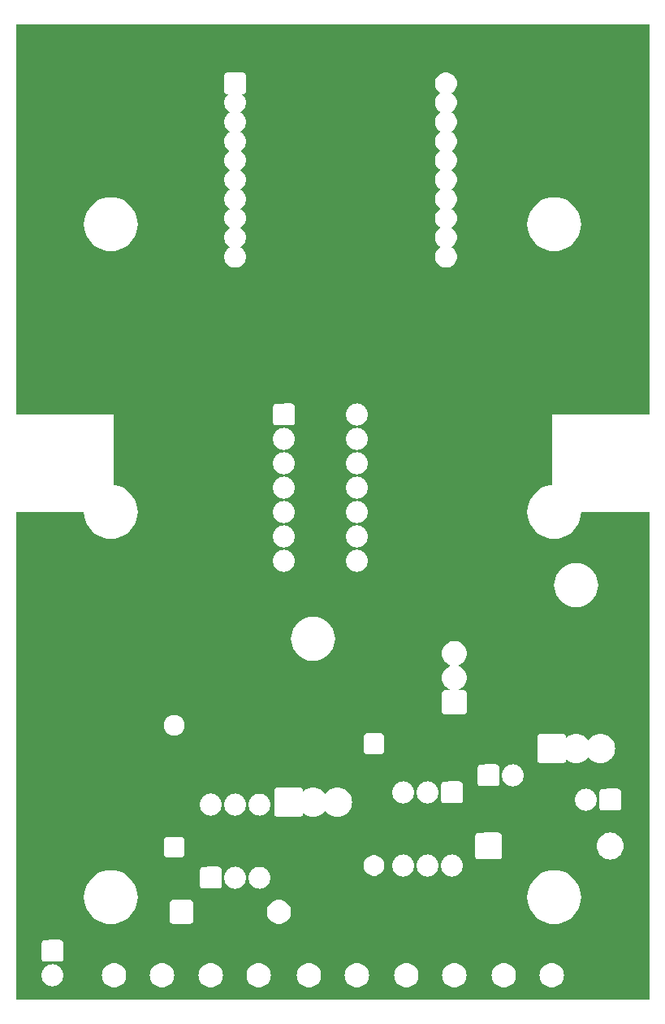
<source format=gbr>
G04 start of page 4 for group 2 idx 2 *
G04 Title: (unknown), outline *
G04 Creator: pcb 20110918 *
G04 CreationDate: Fri 08 Jun 2012 08:05:57 PM GMT UTC *
G04 For: ed *
G04 Format: Gerber/RS-274X *
G04 PCB-Dimensions: 260000 400000 *
G04 PCB-Coordinate-Origin: lower left *
%MOIN*%
%FSLAX25Y25*%
%LNOUTLINE*%
%ADD53C,0.0001*%
G54D53*G36*
X243992Y200000D02*X260000D01*
Y0D01*
X243992D01*
Y57484D01*
X244000Y57483D01*
X244863Y57551D01*
X245705Y57753D01*
X246505Y58084D01*
X247243Y58537D01*
X247901Y59099D01*
X248463Y59757D01*
X248916Y60495D01*
X249247Y61295D01*
X249449Y62137D01*
X249500Y63000D01*
X249449Y63863D01*
X249247Y64705D01*
X248916Y65505D01*
X248463Y66243D01*
X247901Y66901D01*
X247243Y67463D01*
X246505Y67916D01*
X245705Y68247D01*
X244863Y68449D01*
X244000Y68517D01*
X243992Y68516D01*
Y77507D01*
X247235Y77514D01*
X247465Y77569D01*
X247683Y77659D01*
X247884Y77783D01*
X248064Y77936D01*
X248217Y78116D01*
X248341Y78317D01*
X248431Y78535D01*
X248486Y78765D01*
X248500Y79000D01*
X248486Y85235D01*
X248431Y85465D01*
X248341Y85683D01*
X248217Y85884D01*
X248064Y86064D01*
X247884Y86217D01*
X247683Y86341D01*
X247465Y86431D01*
X247235Y86486D01*
X247000Y86500D01*
X243992Y86493D01*
Y98519D01*
X244256Y98744D01*
X244869Y99462D01*
X245363Y100268D01*
X245724Y101140D01*
X245944Y102058D01*
X246000Y103000D01*
X245944Y103942D01*
X245724Y104860D01*
X245363Y105732D01*
X244869Y106538D01*
X244256Y107256D01*
X243992Y107481D01*
Y200000D01*
G37*
G36*
Y0D02*X233993D01*
Y77487D01*
X234000Y77486D01*
X234706Y77542D01*
X235395Y77707D01*
X236049Y77978D01*
X236653Y78348D01*
X237192Y78808D01*
X237652Y79347D01*
X238022Y79951D01*
X238293Y80605D01*
X238458Y81294D01*
X238500Y82000D01*
X238458Y82706D01*
X238293Y83395D01*
X238022Y84049D01*
X237652Y84653D01*
X237192Y85192D01*
X236653Y85652D01*
X236049Y86022D01*
X235395Y86293D01*
X234706Y86458D01*
X234000Y86514D01*
X233993Y86513D01*
Y98520D01*
X234256Y98744D01*
X234869Y99462D01*
X235000Y99676D01*
X235131Y99462D01*
X235744Y98744D01*
X236462Y98131D01*
X237268Y97637D01*
X238140Y97276D01*
X239058Y97056D01*
X240000Y96981D01*
X240942Y97056D01*
X241860Y97276D01*
X242732Y97637D01*
X243538Y98131D01*
X243992Y98519D01*
Y86493D01*
X240765Y86486D01*
X240535Y86431D01*
X240317Y86341D01*
X240116Y86217D01*
X239936Y86064D01*
X239783Y85884D01*
X239659Y85683D01*
X239569Y85465D01*
X239514Y85235D01*
X239500Y85000D01*
X239514Y78765D01*
X239569Y78535D01*
X239659Y78317D01*
X239783Y78116D01*
X239936Y77936D01*
X240116Y77783D01*
X240317Y77659D01*
X240535Y77569D01*
X240765Y77514D01*
X241000Y77500D01*
X243992Y77507D01*
Y68516D01*
X243137Y68449D01*
X242295Y68247D01*
X241495Y67916D01*
X240757Y67463D01*
X240099Y66901D01*
X239537Y66243D01*
X239084Y65505D01*
X238753Y64705D01*
X238551Y63863D01*
X238483Y63000D01*
X238551Y62137D01*
X238753Y61295D01*
X239084Y60495D01*
X239537Y59757D01*
X240099Y59099D01*
X240757Y58537D01*
X241495Y58084D01*
X242295Y57753D01*
X243137Y57551D01*
X243992Y57484D01*
Y0D01*
G37*
G36*
X233993D02*X220983D01*
Y5094D01*
X221550Y5230D01*
X222277Y5531D01*
X222948Y5942D01*
X223546Y6454D01*
X224058Y7052D01*
X224469Y7723D01*
X224770Y8450D01*
X224954Y9215D01*
X225000Y10000D01*
X224954Y10785D01*
X224770Y11550D01*
X224469Y12277D01*
X224058Y12948D01*
X223546Y13546D01*
X222948Y14058D01*
X222277Y14469D01*
X221550Y14770D01*
X220983Y14906D01*
Y30967D01*
X221000Y30966D01*
X222726Y31102D01*
X224410Y31506D01*
X226009Y32169D01*
X227486Y33073D01*
X228802Y34198D01*
X229927Y35514D01*
X230831Y36991D01*
X231494Y38590D01*
X231898Y40274D01*
X232000Y42000D01*
X231898Y43726D01*
X231494Y45410D01*
X230831Y47009D01*
X229927Y48486D01*
X228802Y49802D01*
X227486Y50927D01*
X226009Y51831D01*
X224410Y52494D01*
X222726Y52898D01*
X221000Y53034D01*
X220983Y53033D01*
Y97008D01*
X224735Y97014D01*
X224965Y97069D01*
X225183Y97159D01*
X225384Y97283D01*
X225564Y97436D01*
X225717Y97616D01*
X225841Y97817D01*
X225931Y98035D01*
X225986Y98265D01*
X226000Y98500D01*
X226000Y98526D01*
X226462Y98131D01*
X227268Y97637D01*
X228140Y97276D01*
X229058Y97056D01*
X230000Y96981D01*
X230942Y97056D01*
X231860Y97276D01*
X232732Y97637D01*
X233538Y98131D01*
X233993Y98520D01*
Y86513D01*
X233294Y86458D01*
X232605Y86293D01*
X231951Y86022D01*
X231347Y85652D01*
X230808Y85192D01*
X230348Y84653D01*
X229978Y84049D01*
X229707Y83395D01*
X229542Y82706D01*
X229486Y82000D01*
X229542Y81294D01*
X229707Y80605D01*
X229978Y79951D01*
X230348Y79347D01*
X230808Y78808D01*
X231347Y78348D01*
X231951Y77978D01*
X232605Y77707D01*
X233294Y77542D01*
X233993Y77487D01*
Y0D01*
G37*
G36*
X220983Y188967D02*X221000Y188966D01*
X222726Y189102D01*
X224410Y189506D01*
X226009Y190169D01*
X227486Y191073D01*
X228802Y192198D01*
X229927Y193514D01*
X230831Y194991D01*
X231494Y196590D01*
X231898Y198274D01*
X232000Y200000D01*
X243992D01*
Y107481D01*
X243538Y107869D01*
X242732Y108363D01*
X241860Y108724D01*
X240942Y108944D01*
X240000Y109019D01*
X239058Y108944D01*
X238140Y108724D01*
X237268Y108363D01*
X236462Y107869D01*
X235744Y107256D01*
X235131Y106538D01*
X235000Y106324D01*
X234869Y106538D01*
X234256Y107256D01*
X233538Y107869D01*
X232732Y108363D01*
X231860Y108724D01*
X230942Y108944D01*
X230000Y109019D01*
X229058Y108944D01*
X228140Y108724D01*
X227268Y108363D01*
X226462Y107869D01*
X225987Y107463D01*
X225986Y107735D01*
X225931Y107965D01*
X225841Y108183D01*
X225717Y108384D01*
X225564Y108564D01*
X225384Y108717D01*
X225183Y108841D01*
X224965Y108931D01*
X224735Y108986D01*
X224500Y109000D01*
X220983Y108995D01*
Y169863D01*
X221083Y168588D01*
X221414Y167210D01*
X221956Y165901D01*
X222696Y164694D01*
X223616Y163616D01*
X224694Y162696D01*
X225901Y161956D01*
X227210Y161414D01*
X228588Y161083D01*
X230000Y160972D01*
X231412Y161083D01*
X232790Y161414D01*
X234099Y161956D01*
X235306Y162696D01*
X236384Y163616D01*
X237304Y164694D01*
X238044Y165901D01*
X238586Y167210D01*
X238917Y168588D01*
X239000Y170000D01*
X238917Y171412D01*
X238586Y172790D01*
X238044Y174099D01*
X237304Y175306D01*
X236384Y176384D01*
X235306Y177304D01*
X234099Y178044D01*
X232790Y178586D01*
X231412Y178917D01*
X230000Y179028D01*
X228588Y178917D01*
X227210Y178586D01*
X225901Y178044D01*
X224694Y177304D01*
X223616Y176384D01*
X222696Y175306D01*
X221956Y174099D01*
X221414Y172790D01*
X221083Y171412D01*
X220983Y170137D01*
Y188967D01*
G37*
G36*
X203993Y200000D02*X209966D01*
X210102Y198274D01*
X210506Y196590D01*
X211169Y194991D01*
X212073Y193514D01*
X213198Y192198D01*
X214514Y191073D01*
X215991Y190169D01*
X217590Y189506D01*
X219274Y189102D01*
X220983Y188967D01*
Y170137D01*
X220972Y170000D01*
X220983Y169863D01*
Y108995D01*
X215265Y108986D01*
X215035Y108931D01*
X214817Y108841D01*
X214616Y108717D01*
X214436Y108564D01*
X214283Y108384D01*
X214159Y108183D01*
X214069Y107965D01*
X214014Y107735D01*
X214000Y107500D01*
X214014Y98265D01*
X214069Y98035D01*
X214159Y97817D01*
X214283Y97616D01*
X214436Y97436D01*
X214616Y97283D01*
X214817Y97159D01*
X215035Y97069D01*
X215265Y97014D01*
X215500Y97000D01*
X220983Y97008D01*
Y53033D01*
X219274Y52898D01*
X217590Y52494D01*
X215991Y51831D01*
X214514Y50927D01*
X213198Y49802D01*
X212073Y48486D01*
X211169Y47009D01*
X210506Y45410D01*
X210102Y43726D01*
X209966Y42000D01*
X210102Y40274D01*
X210506Y38590D01*
X211169Y36991D01*
X212073Y35514D01*
X213198Y34198D01*
X214514Y33073D01*
X215991Y32169D01*
X217590Y31506D01*
X219274Y31102D01*
X220983Y30967D01*
Y14906D01*
X220785Y14954D01*
X220000Y15015D01*
X219215Y14954D01*
X218450Y14770D01*
X217723Y14469D01*
X217052Y14058D01*
X216454Y13546D01*
X215942Y12948D01*
X215531Y12277D01*
X215230Y11550D01*
X215046Y10785D01*
X214985Y10000D01*
X215046Y9215D01*
X215230Y8450D01*
X215531Y7723D01*
X215942Y7052D01*
X216454Y6454D01*
X217052Y5942D01*
X217723Y5531D01*
X218450Y5230D01*
X219215Y5046D01*
X220000Y4985D01*
X220785Y5046D01*
X220983Y5094D01*
Y0D01*
X203993D01*
Y6608D01*
X204373Y7052D01*
X204784Y7723D01*
X205085Y8450D01*
X205269Y9215D01*
X205315Y10000D01*
X205269Y10785D01*
X205085Y11550D01*
X204784Y12277D01*
X204373Y12948D01*
X203993Y13392D01*
Y87487D01*
X204000Y87486D01*
X204706Y87542D01*
X205395Y87707D01*
X206049Y87978D01*
X206653Y88348D01*
X207192Y88808D01*
X207652Y89347D01*
X208022Y89951D01*
X208293Y90605D01*
X208458Y91294D01*
X208500Y92000D01*
X208458Y92706D01*
X208293Y93395D01*
X208022Y94049D01*
X207652Y94653D01*
X207192Y95192D01*
X206653Y95652D01*
X206049Y96022D01*
X205395Y96293D01*
X204706Y96458D01*
X204000Y96514D01*
X203993Y96513D01*
Y200000D01*
G37*
G36*
X194000D02*X203993D01*
Y96513D01*
X203294Y96458D01*
X202605Y96293D01*
X201951Y96022D01*
X201347Y95652D01*
X200808Y95192D01*
X200348Y94653D01*
X199978Y94049D01*
X199707Y93395D01*
X199542Y92706D01*
X199486Y92000D01*
X199542Y91294D01*
X199707Y90605D01*
X199978Y89951D01*
X200348Y89347D01*
X200808Y88808D01*
X201347Y88348D01*
X201951Y87978D01*
X202605Y87707D01*
X203294Y87542D01*
X203993Y87487D01*
Y13392D01*
X203861Y13546D01*
X203263Y14058D01*
X202592Y14469D01*
X201865Y14770D01*
X201100Y14954D01*
X200315Y15015D01*
X199530Y14954D01*
X198765Y14770D01*
X198038Y14469D01*
X197367Y14058D01*
X196769Y13546D01*
X196257Y12948D01*
X195846Y12277D01*
X195545Y11550D01*
X195361Y10785D01*
X195300Y10000D01*
X195361Y9215D01*
X195545Y8450D01*
X195846Y7723D01*
X196257Y7052D01*
X196769Y6454D01*
X197367Y5942D01*
X198038Y5531D01*
X198765Y5230D01*
X199530Y5046D01*
X200315Y4985D01*
X201100Y5046D01*
X201865Y5230D01*
X202592Y5531D01*
X203263Y5942D01*
X203861Y6454D01*
X203993Y6608D01*
Y0D01*
X194000D01*
Y57507D01*
X198235Y57514D01*
X198465Y57569D01*
X198683Y57659D01*
X198884Y57783D01*
X199064Y57936D01*
X199217Y58116D01*
X199341Y58317D01*
X199431Y58535D01*
X199486Y58765D01*
X199500Y59000D01*
X199486Y67235D01*
X199431Y67465D01*
X199341Y67683D01*
X199217Y67884D01*
X199064Y68064D01*
X198884Y68217D01*
X198683Y68341D01*
X198465Y68431D01*
X198235Y68486D01*
X198000Y68500D01*
X194000Y68493D01*
Y87507D01*
X197235Y87514D01*
X197465Y87569D01*
X197683Y87659D01*
X197884Y87783D01*
X198064Y87936D01*
X198217Y88116D01*
X198341Y88317D01*
X198431Y88535D01*
X198486Y88765D01*
X198500Y89000D01*
X198486Y95235D01*
X198431Y95465D01*
X198341Y95683D01*
X198217Y95884D01*
X198064Y96064D01*
X197884Y96217D01*
X197683Y96341D01*
X197465Y96431D01*
X197235Y96486D01*
X197000Y96500D01*
X194000Y96493D01*
Y200000D01*
G37*
G36*
X179000D02*X194000D01*
Y96493D01*
X190765Y96486D01*
X190535Y96431D01*
X190317Y96341D01*
X190116Y96217D01*
X189936Y96064D01*
X189783Y95884D01*
X189659Y95683D01*
X189569Y95465D01*
X189514Y95235D01*
X189500Y95000D01*
X189514Y88765D01*
X189569Y88535D01*
X189659Y88317D01*
X189783Y88116D01*
X189936Y87936D01*
X190116Y87783D01*
X190317Y87659D01*
X190535Y87569D01*
X190765Y87514D01*
X191000Y87500D01*
X194000Y87507D01*
Y68493D01*
X189765Y68486D01*
X189535Y68431D01*
X189317Y68341D01*
X189116Y68217D01*
X188936Y68064D01*
X188783Y67884D01*
X188659Y67683D01*
X188569Y67465D01*
X188514Y67235D01*
X188500Y67000D01*
X188514Y58765D01*
X188569Y58535D01*
X188659Y58317D01*
X188783Y58116D01*
X188936Y57936D01*
X189116Y57783D01*
X189317Y57659D01*
X189535Y57569D01*
X189765Y57514D01*
X190000Y57500D01*
X194000Y57507D01*
Y0D01*
X179000D01*
Y5098D01*
X179215Y5046D01*
X180000Y4985D01*
X180785Y5046D01*
X181550Y5230D01*
X182277Y5531D01*
X182948Y5942D01*
X183546Y6454D01*
X184058Y7052D01*
X184469Y7723D01*
X184770Y8450D01*
X184954Y9215D01*
X185000Y10000D01*
X184954Y10785D01*
X184770Y11550D01*
X184469Y12277D01*
X184058Y12948D01*
X183546Y13546D01*
X182948Y14058D01*
X182277Y14469D01*
X181550Y14770D01*
X180785Y14954D01*
X180000Y15015D01*
X179215Y14954D01*
X179000Y14902D01*
Y50486D01*
X179706Y50542D01*
X180395Y50707D01*
X181049Y50978D01*
X181653Y51348D01*
X182192Y51808D01*
X182652Y52347D01*
X183022Y52951D01*
X183293Y53605D01*
X183458Y54294D01*
X183500Y55000D01*
X183458Y55706D01*
X183293Y56395D01*
X183022Y57049D01*
X182652Y57653D01*
X182192Y58192D01*
X181653Y58652D01*
X181049Y59022D01*
X180395Y59293D01*
X179706Y59458D01*
X179000Y59514D01*
Y80507D01*
X182235Y80514D01*
X182465Y80569D01*
X182683Y80659D01*
X182884Y80783D01*
X183064Y80936D01*
X183217Y81116D01*
X183341Y81317D01*
X183431Y81535D01*
X183486Y81765D01*
X183500Y82000D01*
X183486Y88235D01*
X183431Y88465D01*
X183341Y88683D01*
X183217Y88884D01*
X183064Y89064D01*
X182884Y89217D01*
X182683Y89341D01*
X182465Y89431D01*
X182235Y89486D01*
X182000Y89500D01*
X179000Y89493D01*
Y116905D01*
X183835Y116914D01*
X184065Y116969D01*
X184283Y117059D01*
X184484Y117183D01*
X184664Y117336D01*
X184817Y117516D01*
X184941Y117717D01*
X185031Y117935D01*
X185086Y118165D01*
X185100Y118400D01*
X185086Y125835D01*
X185031Y126065D01*
X184941Y126283D01*
X184817Y126484D01*
X184664Y126664D01*
X184484Y126817D01*
X184283Y126941D01*
X184065Y127031D01*
X183835Y127086D01*
X183600Y127100D01*
X181420Y127096D01*
X181581Y127135D01*
X182322Y127442D01*
X183007Y127861D01*
X183617Y128383D01*
X184139Y128993D01*
X184558Y129678D01*
X184865Y130419D01*
X185053Y131200D01*
X185100Y132000D01*
X185053Y132800D01*
X184865Y133581D01*
X184558Y134322D01*
X184139Y135007D01*
X183617Y135617D01*
X183007Y136139D01*
X182322Y136558D01*
X181581Y136865D01*
X181020Y137000D01*
X181581Y137135D01*
X182322Y137442D01*
X183007Y137861D01*
X183617Y138383D01*
X184139Y138993D01*
X184558Y139678D01*
X184865Y140419D01*
X185053Y141200D01*
X185100Y142000D01*
X185053Y142800D01*
X184865Y143581D01*
X184558Y144322D01*
X184139Y145007D01*
X183617Y145617D01*
X183007Y146139D01*
X182322Y146558D01*
X181581Y146865D01*
X180800Y147053D01*
X180000Y147116D01*
X179200Y147053D01*
X179000Y147005D01*
Y200000D01*
G37*
G36*
X168993D02*X179000D01*
Y147005D01*
X178419Y146865D01*
X177678Y146558D01*
X176993Y146139D01*
X176383Y145617D01*
X175861Y145007D01*
X175442Y144322D01*
X175135Y143581D01*
X174947Y142800D01*
X174884Y142000D01*
X174947Y141200D01*
X175135Y140419D01*
X175442Y139678D01*
X175861Y138993D01*
X176383Y138383D01*
X176993Y137861D01*
X177678Y137442D01*
X178419Y137135D01*
X178980Y137000D01*
X178419Y136865D01*
X177678Y136558D01*
X176993Y136139D01*
X176383Y135617D01*
X175861Y135007D01*
X175442Y134322D01*
X175135Y133581D01*
X174947Y132800D01*
X174884Y132000D01*
X174947Y131200D01*
X175135Y130419D01*
X175442Y129678D01*
X175861Y128993D01*
X176383Y128383D01*
X176993Y127861D01*
X177678Y127442D01*
X178419Y127135D01*
X178602Y127091D01*
X176165Y127086D01*
X175935Y127031D01*
X175717Y126941D01*
X175516Y126817D01*
X175336Y126664D01*
X175183Y126484D01*
X175059Y126283D01*
X174969Y126065D01*
X174914Y125835D01*
X174900Y125600D01*
X174914Y118165D01*
X174969Y117935D01*
X175059Y117717D01*
X175183Y117516D01*
X175336Y117336D01*
X175516Y117183D01*
X175717Y117059D01*
X175935Y116969D01*
X176165Y116914D01*
X176400Y116900D01*
X179000Y116905D01*
Y89493D01*
X175765Y89486D01*
X175535Y89431D01*
X175317Y89341D01*
X175116Y89217D01*
X174936Y89064D01*
X174783Y88884D01*
X174659Y88683D01*
X174569Y88465D01*
X174514Y88235D01*
X174500Y88000D01*
X174514Y81765D01*
X174569Y81535D01*
X174659Y81317D01*
X174783Y81116D01*
X174936Y80936D01*
X175116Y80783D01*
X175317Y80659D01*
X175535Y80569D01*
X175765Y80514D01*
X176000Y80500D01*
X179000Y80507D01*
Y59514D01*
X178294Y59458D01*
X177605Y59293D01*
X176951Y59022D01*
X176347Y58652D01*
X175808Y58192D01*
X175348Y57653D01*
X174978Y57049D01*
X174707Y56395D01*
X174542Y55706D01*
X174486Y55000D01*
X174542Y54294D01*
X174707Y53605D01*
X174978Y52951D01*
X175348Y52347D01*
X175808Y51808D01*
X176347Y51348D01*
X176951Y50978D01*
X177605Y50707D01*
X178294Y50542D01*
X179000Y50486D01*
Y14902D01*
X178450Y14770D01*
X177723Y14469D01*
X177052Y14058D01*
X176454Y13546D01*
X175942Y12948D01*
X175531Y12277D01*
X175230Y11550D01*
X175046Y10785D01*
X174985Y10000D01*
X175046Y9215D01*
X175230Y8450D01*
X175531Y7723D01*
X175942Y7052D01*
X176454Y6454D01*
X177052Y5942D01*
X177723Y5531D01*
X178450Y5230D01*
X179000Y5098D01*
Y0D01*
X168993D01*
Y50487D01*
X169000Y50486D01*
X169706Y50542D01*
X170395Y50707D01*
X171049Y50978D01*
X171653Y51348D01*
X172192Y51808D01*
X172652Y52347D01*
X173022Y52951D01*
X173293Y53605D01*
X173458Y54294D01*
X173500Y55000D01*
X173458Y55706D01*
X173293Y56395D01*
X173022Y57049D01*
X172652Y57653D01*
X172192Y58192D01*
X171653Y58652D01*
X171049Y59022D01*
X170395Y59293D01*
X169706Y59458D01*
X169000Y59514D01*
X168993Y59513D01*
Y80487D01*
X169000Y80486D01*
X169706Y80542D01*
X170395Y80707D01*
X171049Y80978D01*
X171653Y81348D01*
X172192Y81808D01*
X172652Y82347D01*
X173022Y82951D01*
X173293Y83605D01*
X173458Y84294D01*
X173500Y85000D01*
X173458Y85706D01*
X173293Y86395D01*
X173022Y87049D01*
X172652Y87653D01*
X172192Y88192D01*
X171653Y88652D01*
X171049Y89022D01*
X170395Y89293D01*
X169706Y89458D01*
X169000Y89514D01*
X168993Y89513D01*
Y200000D01*
G37*
G36*
X160307D02*X168993D01*
Y89513D01*
X168294Y89458D01*
X167605Y89293D01*
X166951Y89022D01*
X166347Y88652D01*
X165808Y88192D01*
X165348Y87653D01*
X164978Y87049D01*
X164707Y86395D01*
X164542Y85706D01*
X164486Y85000D01*
X164542Y84294D01*
X164707Y83605D01*
X164978Y82951D01*
X165348Y82347D01*
X165808Y81808D01*
X166347Y81348D01*
X166951Y80978D01*
X167605Y80707D01*
X168294Y80542D01*
X168993Y80487D01*
Y59513D01*
X168294Y59458D01*
X167605Y59293D01*
X166951Y59022D01*
X166347Y58652D01*
X165808Y58192D01*
X165348Y57653D01*
X164978Y57049D01*
X164707Y56395D01*
X164542Y55706D01*
X164486Y55000D01*
X164542Y54294D01*
X164707Y53605D01*
X164978Y52951D01*
X165348Y52347D01*
X165808Y51808D01*
X166347Y51348D01*
X166951Y50978D01*
X167605Y50707D01*
X168294Y50542D01*
X168993Y50487D01*
Y0D01*
X160307D01*
Y4985D01*
X160315Y4985D01*
X161100Y5046D01*
X161865Y5230D01*
X162592Y5531D01*
X163263Y5942D01*
X163861Y6454D01*
X164373Y7052D01*
X164784Y7723D01*
X165085Y8450D01*
X165269Y9215D01*
X165315Y10000D01*
X165269Y10785D01*
X165085Y11550D01*
X164784Y12277D01*
X164373Y12948D01*
X163861Y13546D01*
X163263Y14058D01*
X162592Y14469D01*
X161865Y14770D01*
X161100Y14954D01*
X160315Y15015D01*
X160307Y15015D01*
Y50686D01*
X160395Y50707D01*
X161049Y50978D01*
X161653Y51348D01*
X162192Y51808D01*
X162652Y52347D01*
X163022Y52951D01*
X163293Y53605D01*
X163458Y54294D01*
X163500Y55000D01*
X163458Y55706D01*
X163293Y56395D01*
X163022Y57049D01*
X162652Y57653D01*
X162192Y58192D01*
X161653Y58652D01*
X161049Y59022D01*
X160395Y59293D01*
X160307Y59314D01*
Y80686D01*
X160395Y80707D01*
X161049Y80978D01*
X161653Y81348D01*
X162192Y81808D01*
X162652Y82347D01*
X163022Y82951D01*
X163293Y83605D01*
X163458Y84294D01*
X163500Y85000D01*
X163458Y85706D01*
X163293Y86395D01*
X163022Y87049D01*
X162652Y87653D01*
X162192Y88192D01*
X161653Y88652D01*
X161049Y89022D01*
X160395Y89293D01*
X160307Y89314D01*
Y200000D01*
G37*
G36*
X147000D02*X160307D01*
Y89314D01*
X159706Y89458D01*
X159000Y89514D01*
X158294Y89458D01*
X157605Y89293D01*
X156951Y89022D01*
X156347Y88652D01*
X155808Y88192D01*
X155348Y87653D01*
X154978Y87049D01*
X154707Y86395D01*
X154542Y85706D01*
X154486Y85000D01*
X154542Y84294D01*
X154707Y83605D01*
X154978Y82951D01*
X155348Y82347D01*
X155808Y81808D01*
X156347Y81348D01*
X156951Y80978D01*
X157605Y80707D01*
X158294Y80542D01*
X159000Y80486D01*
X159706Y80542D01*
X160307Y80686D01*
Y59314D01*
X159706Y59458D01*
X159000Y59514D01*
X158294Y59458D01*
X157605Y59293D01*
X156951Y59022D01*
X156347Y58652D01*
X155808Y58192D01*
X155348Y57653D01*
X154978Y57049D01*
X154707Y56395D01*
X154542Y55706D01*
X154486Y55000D01*
X154542Y54294D01*
X154707Y53605D01*
X154978Y52951D01*
X155348Y52347D01*
X155808Y51808D01*
X156347Y51348D01*
X156951Y50978D01*
X157605Y50707D01*
X158294Y50542D01*
X159000Y50486D01*
X159706Y50542D01*
X160307Y50686D01*
Y15015D01*
X159530Y14954D01*
X158765Y14770D01*
X158038Y14469D01*
X157367Y14058D01*
X156769Y13546D01*
X156257Y12948D01*
X155846Y12277D01*
X155545Y11550D01*
X155361Y10785D01*
X155300Y10000D01*
X155361Y9215D01*
X155545Y8450D01*
X155846Y7723D01*
X156257Y7052D01*
X156769Y6454D01*
X157367Y5942D01*
X158038Y5531D01*
X158765Y5230D01*
X159530Y5046D01*
X160307Y4985D01*
Y0D01*
X147000D01*
Y50737D01*
X147667Y50789D01*
X148317Y50946D01*
X148935Y51202D01*
X149506Y51551D01*
X150014Y51986D01*
X150449Y52494D01*
X150798Y53065D01*
X151054Y53683D01*
X151211Y54333D01*
X151250Y55000D01*
X151211Y55667D01*
X151054Y56317D01*
X150798Y56935D01*
X150449Y57506D01*
X150014Y58014D01*
X149506Y58449D01*
X148935Y58798D01*
X148317Y59054D01*
X147667Y59211D01*
X147000Y59263D01*
Y100757D01*
X149985Y100764D01*
X150215Y100819D01*
X150433Y100909D01*
X150634Y101033D01*
X150814Y101186D01*
X150967Y101366D01*
X151091Y101567D01*
X151181Y101785D01*
X151236Y102015D01*
X151250Y102250D01*
X151236Y107985D01*
X151181Y108215D01*
X151091Y108433D01*
X150967Y108634D01*
X150814Y108814D01*
X150634Y108967D01*
X150433Y109091D01*
X150215Y109181D01*
X149985Y109236D01*
X149750Y109250D01*
X147000Y109243D01*
Y200000D01*
G37*
G36*
X139992Y195487D02*X140000Y195486D01*
X140706Y195542D01*
X141395Y195707D01*
X142049Y195978D01*
X142653Y196348D01*
X143192Y196808D01*
X143652Y197347D01*
X144022Y197951D01*
X144293Y198605D01*
X144458Y199294D01*
X144500Y200000D01*
X147000D01*
Y109243D01*
X144015Y109236D01*
X143785Y109181D01*
X143567Y109091D01*
X143366Y108967D01*
X143186Y108814D01*
X143033Y108634D01*
X142909Y108433D01*
X142819Y108215D01*
X142764Y107985D01*
X142750Y107750D01*
X142764Y102015D01*
X142819Y101785D01*
X142909Y101567D01*
X143033Y101366D01*
X143186Y101186D01*
X143366Y101033D01*
X143567Y100909D01*
X143785Y100819D01*
X144015Y100764D01*
X144250Y100750D01*
X147000Y100757D01*
Y59263D01*
X146333Y59211D01*
X145683Y59054D01*
X145065Y58798D01*
X144494Y58449D01*
X143986Y58014D01*
X143551Y57506D01*
X143202Y56935D01*
X142946Y56317D01*
X142789Y55667D01*
X142737Y55000D01*
X142789Y54333D01*
X142946Y53683D01*
X143202Y53065D01*
X143551Y52494D01*
X143986Y51986D01*
X144494Y51551D01*
X145065Y51202D01*
X145683Y50946D01*
X146333Y50789D01*
X147000Y50737D01*
Y0D01*
X139992D01*
Y4985D01*
X140000Y4985D01*
X140785Y5046D01*
X141550Y5230D01*
X142277Y5531D01*
X142948Y5942D01*
X143546Y6454D01*
X144058Y7052D01*
X144469Y7723D01*
X144770Y8450D01*
X144954Y9215D01*
X145000Y10000D01*
X144954Y10785D01*
X144770Y11550D01*
X144469Y12277D01*
X144058Y12948D01*
X143546Y13546D01*
X142948Y14058D01*
X142277Y14469D01*
X141550Y14770D01*
X140785Y14954D01*
X140000Y15015D01*
X139992Y15015D01*
Y175487D01*
X140000Y175486D01*
X140706Y175542D01*
X141395Y175707D01*
X142049Y175978D01*
X142653Y176348D01*
X143192Y176808D01*
X143652Y177347D01*
X144022Y177951D01*
X144293Y178605D01*
X144458Y179294D01*
X144500Y180000D01*
X144458Y180706D01*
X144293Y181395D01*
X144022Y182049D01*
X143652Y182653D01*
X143192Y183192D01*
X142653Y183652D01*
X142049Y184022D01*
X141395Y184293D01*
X140706Y184458D01*
X140000Y184514D01*
X139992Y184513D01*
Y185487D01*
X140000Y185486D01*
X140706Y185542D01*
X141395Y185707D01*
X142049Y185978D01*
X142653Y186348D01*
X143192Y186808D01*
X143652Y187347D01*
X144022Y187951D01*
X144293Y188605D01*
X144458Y189294D01*
X144500Y190000D01*
X144458Y190706D01*
X144293Y191395D01*
X144022Y192049D01*
X143652Y192653D01*
X143192Y193192D01*
X142653Y193652D01*
X142049Y194022D01*
X141395Y194293D01*
X140706Y194458D01*
X140000Y194514D01*
X139992Y194513D01*
Y195487D01*
G37*
G36*
X120307Y200000D02*X135486D01*
X135542Y199294D01*
X135707Y198605D01*
X135978Y197951D01*
X136348Y197347D01*
X136808Y196808D01*
X137347Y196348D01*
X137951Y195978D01*
X138605Y195707D01*
X139294Y195542D01*
X139992Y195487D01*
Y194513D01*
X139294Y194458D01*
X138605Y194293D01*
X137951Y194022D01*
X137347Y193652D01*
X136808Y193192D01*
X136348Y192653D01*
X135978Y192049D01*
X135707Y191395D01*
X135542Y190706D01*
X135486Y190000D01*
X135542Y189294D01*
X135707Y188605D01*
X135978Y187951D01*
X136348Y187347D01*
X136808Y186808D01*
X137347Y186348D01*
X137951Y185978D01*
X138605Y185707D01*
X139294Y185542D01*
X139992Y185487D01*
Y184513D01*
X139294Y184458D01*
X138605Y184293D01*
X137951Y184022D01*
X137347Y183652D01*
X136808Y183192D01*
X136348Y182653D01*
X135978Y182049D01*
X135707Y181395D01*
X135542Y180706D01*
X135486Y180000D01*
X135542Y179294D01*
X135707Y178605D01*
X135978Y177951D01*
X136348Y177347D01*
X136808Y176808D01*
X137347Y176348D01*
X137951Y175978D01*
X138605Y175707D01*
X139294Y175542D01*
X139992Y175487D01*
Y15015D01*
X139215Y14954D01*
X138450Y14770D01*
X137723Y14469D01*
X137052Y14058D01*
X136454Y13546D01*
X135942Y12948D01*
X135531Y12277D01*
X135230Y11550D01*
X135046Y10785D01*
X134985Y10000D01*
X135046Y9215D01*
X135230Y8450D01*
X135531Y7723D01*
X135942Y7052D01*
X136454Y6454D01*
X137052Y5942D01*
X137723Y5531D01*
X138450Y5230D01*
X139215Y5046D01*
X139992Y4985D01*
Y0D01*
X120307D01*
Y4985D01*
X120315Y4985D01*
X121100Y5046D01*
X121865Y5230D01*
X122592Y5531D01*
X123263Y5942D01*
X123861Y6454D01*
X124373Y7052D01*
X124784Y7723D01*
X125085Y8450D01*
X125269Y9215D01*
X125315Y10000D01*
X125269Y10785D01*
X125085Y11550D01*
X124784Y12277D01*
X124373Y12948D01*
X123861Y13546D01*
X123263Y14058D01*
X122592Y14469D01*
X121865Y14770D01*
X121100Y14954D01*
X120315Y15015D01*
X120307Y15015D01*
Y75236D01*
X121058Y75056D01*
X122000Y74981D01*
X122942Y75056D01*
X123860Y75276D01*
X124732Y75637D01*
X125538Y76131D01*
X126256Y76744D01*
X126869Y77462D01*
X127000Y77676D01*
X127131Y77462D01*
X127744Y76744D01*
X128462Y76131D01*
X129268Y75637D01*
X130140Y75276D01*
X131058Y75056D01*
X132000Y74981D01*
X132942Y75056D01*
X133860Y75276D01*
X134732Y75637D01*
X135538Y76131D01*
X136256Y76744D01*
X136869Y77462D01*
X137363Y78268D01*
X137724Y79140D01*
X137944Y80058D01*
X138000Y81000D01*
X137944Y81942D01*
X137724Y82860D01*
X137363Y83732D01*
X136869Y84538D01*
X136256Y85256D01*
X135538Y85869D01*
X134732Y86363D01*
X133860Y86724D01*
X132942Y86944D01*
X132000Y87019D01*
X131058Y86944D01*
X130140Y86724D01*
X129268Y86363D01*
X128462Y85869D01*
X127744Y85256D01*
X127131Y84538D01*
X127000Y84324D01*
X126869Y84538D01*
X126256Y85256D01*
X125538Y85869D01*
X124732Y86363D01*
X123860Y86724D01*
X122942Y86944D01*
X122000Y87019D01*
X121058Y86944D01*
X120307Y86764D01*
Y139151D01*
X120588Y139083D01*
X122000Y138972D01*
X123412Y139083D01*
X124790Y139414D01*
X126099Y139956D01*
X127306Y140696D01*
X128384Y141616D01*
X129304Y142694D01*
X130044Y143901D01*
X130586Y145210D01*
X130917Y146588D01*
X131000Y148000D01*
X130917Y149412D01*
X130586Y150790D01*
X130044Y152099D01*
X129304Y153306D01*
X128384Y154384D01*
X127306Y155304D01*
X126099Y156044D01*
X124790Y156586D01*
X123412Y156917D01*
X122000Y157028D01*
X120588Y156917D01*
X120307Y156849D01*
Y200000D01*
G37*
G36*
X107992Y75001D02*X116735Y75014D01*
X116965Y75069D01*
X117183Y75159D01*
X117384Y75283D01*
X117564Y75436D01*
X117717Y75616D01*
X117841Y75817D01*
X117931Y76035D01*
X117986Y76265D01*
X118000Y76500D01*
X118000Y76526D01*
X118462Y76131D01*
X119268Y75637D01*
X120140Y75276D01*
X120307Y75236D01*
Y15015D01*
X119530Y14954D01*
X118765Y14770D01*
X118038Y14469D01*
X117367Y14058D01*
X116769Y13546D01*
X116257Y12948D01*
X115846Y12277D01*
X115545Y11550D01*
X115361Y10785D01*
X115300Y10000D01*
X115361Y9215D01*
X115545Y8450D01*
X115846Y7723D01*
X116257Y7052D01*
X116769Y6454D01*
X117367Y5942D01*
X118038Y5531D01*
X118765Y5230D01*
X119530Y5046D01*
X120307Y4985D01*
Y0D01*
X107992D01*
Y31085D01*
X108000Y31085D01*
X108769Y31145D01*
X109519Y31325D01*
X110231Y31621D01*
X110889Y32024D01*
X111476Y32524D01*
X111976Y33111D01*
X112379Y33769D01*
X112675Y34481D01*
X112855Y35231D01*
X112900Y36000D01*
X112855Y36769D01*
X112675Y37519D01*
X112379Y38231D01*
X111976Y38889D01*
X111476Y39476D01*
X110889Y39976D01*
X110231Y40379D01*
X109519Y40675D01*
X108769Y40855D01*
X108000Y40915D01*
X107992Y40915D01*
Y75001D01*
G37*
G36*
Y195961D02*X108605Y195707D01*
X109294Y195542D01*
X110000Y195486D01*
X110706Y195542D01*
X111395Y195707D01*
X112049Y195978D01*
X112653Y196348D01*
X113192Y196808D01*
X113652Y197347D01*
X114022Y197951D01*
X114293Y198605D01*
X114458Y199294D01*
X114500Y200000D01*
X120307D01*
Y156849D01*
X119210Y156586D01*
X117901Y156044D01*
X116694Y155304D01*
X115616Y154384D01*
X114696Y153306D01*
X113956Y152099D01*
X113414Y150790D01*
X113083Y149412D01*
X112972Y148000D01*
X113083Y146588D01*
X113414Y145210D01*
X113956Y143901D01*
X114696Y142694D01*
X115616Y141616D01*
X116694Y140696D01*
X117901Y139956D01*
X119210Y139414D01*
X120307Y139151D01*
Y86764D01*
X120140Y86724D01*
X119268Y86363D01*
X118462Y85869D01*
X117987Y85463D01*
X117986Y85735D01*
X117931Y85965D01*
X117841Y86183D01*
X117717Y86384D01*
X117564Y86564D01*
X117384Y86717D01*
X117183Y86841D01*
X116965Y86931D01*
X116735Y86986D01*
X116500Y87000D01*
X107992Y86987D01*
Y175961D01*
X108605Y175707D01*
X109294Y175542D01*
X110000Y175486D01*
X110706Y175542D01*
X111395Y175707D01*
X112049Y175978D01*
X112653Y176348D01*
X113192Y176808D01*
X113652Y177347D01*
X114022Y177951D01*
X114293Y178605D01*
X114458Y179294D01*
X114500Y180000D01*
X114458Y180706D01*
X114293Y181395D01*
X114022Y182049D01*
X113652Y182653D01*
X113192Y183192D01*
X112653Y183652D01*
X112049Y184022D01*
X111395Y184293D01*
X110706Y184458D01*
X110000Y184514D01*
X109294Y184458D01*
X108605Y184293D01*
X107992Y184039D01*
Y185961D01*
X108605Y185707D01*
X109294Y185542D01*
X110000Y185486D01*
X110706Y185542D01*
X111395Y185707D01*
X112049Y185978D01*
X112653Y186348D01*
X113192Y186808D01*
X113652Y187347D01*
X114022Y187951D01*
X114293Y188605D01*
X114458Y189294D01*
X114500Y190000D01*
X114458Y190706D01*
X114293Y191395D01*
X114022Y192049D01*
X113652Y192653D01*
X113192Y193192D01*
X112653Y193652D01*
X112049Y194022D01*
X111395Y194293D01*
X110706Y194458D01*
X110000Y194514D01*
X109294Y194458D01*
X108605Y194293D01*
X107992Y194039D01*
Y195961D01*
G37*
G36*
X99677Y200000D02*X105486D01*
X105542Y199294D01*
X105707Y198605D01*
X105978Y197951D01*
X106348Y197347D01*
X106808Y196808D01*
X107347Y196348D01*
X107951Y195978D01*
X107992Y195961D01*
Y194039D01*
X107951Y194022D01*
X107347Y193652D01*
X106808Y193192D01*
X106348Y192653D01*
X105978Y192049D01*
X105707Y191395D01*
X105542Y190706D01*
X105486Y190000D01*
X105542Y189294D01*
X105707Y188605D01*
X105978Y187951D01*
X106348Y187347D01*
X106808Y186808D01*
X107347Y186348D01*
X107951Y185978D01*
X107992Y185961D01*
Y184039D01*
X107951Y184022D01*
X107347Y183652D01*
X106808Y183192D01*
X106348Y182653D01*
X105978Y182049D01*
X105707Y181395D01*
X105542Y180706D01*
X105486Y180000D01*
X105542Y179294D01*
X105707Y178605D01*
X105978Y177951D01*
X106348Y177347D01*
X106808Y176808D01*
X107347Y176348D01*
X107951Y175978D01*
X107992Y175961D01*
Y86987D01*
X107265Y86986D01*
X107035Y86931D01*
X106817Y86841D01*
X106616Y86717D01*
X106436Y86564D01*
X106283Y86384D01*
X106159Y86183D01*
X106069Y85965D01*
X106014Y85735D01*
X106000Y85500D01*
X106014Y76265D01*
X106069Y76035D01*
X106159Y75817D01*
X106283Y75616D01*
X106436Y75436D01*
X106616Y75283D01*
X106817Y75159D01*
X107035Y75069D01*
X107265Y75014D01*
X107500Y75000D01*
X107992Y75001D01*
Y40915D01*
X107231Y40855D01*
X106481Y40675D01*
X105769Y40379D01*
X105111Y39976D01*
X104524Y39476D01*
X104024Y38889D01*
X103621Y38231D01*
X103325Y37519D01*
X103145Y36769D01*
X103085Y36000D01*
X103145Y35231D01*
X103325Y34481D01*
X103621Y33769D01*
X104024Y33111D01*
X104524Y32524D01*
X105111Y32024D01*
X105769Y31621D01*
X106481Y31325D01*
X107231Y31145D01*
X107992Y31085D01*
Y0D01*
X99677D01*
Y4985D01*
X99685Y4985D01*
X100470Y5046D01*
X101235Y5230D01*
X101962Y5531D01*
X102633Y5942D01*
X103231Y6454D01*
X103743Y7052D01*
X104154Y7723D01*
X104455Y8450D01*
X104639Y9215D01*
X104685Y10000D01*
X104639Y10785D01*
X104455Y11550D01*
X104154Y12277D01*
X103743Y12948D01*
X103231Y13546D01*
X102633Y14058D01*
X101962Y14469D01*
X101235Y14770D01*
X100470Y14954D01*
X99685Y15015D01*
X99677Y15015D01*
Y45512D01*
X100000Y45486D01*
X100706Y45542D01*
X101395Y45707D01*
X102049Y45978D01*
X102653Y46348D01*
X103192Y46808D01*
X103652Y47347D01*
X104022Y47951D01*
X104293Y48605D01*
X104458Y49294D01*
X104500Y50000D01*
X104458Y50706D01*
X104293Y51395D01*
X104022Y52049D01*
X103652Y52653D01*
X103192Y53192D01*
X102653Y53652D01*
X102049Y54022D01*
X101395Y54293D01*
X100706Y54458D01*
X100000Y54514D01*
X99677Y54488D01*
Y75512D01*
X100000Y75486D01*
X100706Y75542D01*
X101395Y75707D01*
X102049Y75978D01*
X102653Y76348D01*
X103192Y76808D01*
X103652Y77347D01*
X104022Y77951D01*
X104293Y78605D01*
X104458Y79294D01*
X104500Y80000D01*
X104458Y80706D01*
X104293Y81395D01*
X104022Y82049D01*
X103652Y82653D01*
X103192Y83192D01*
X102653Y83652D01*
X102049Y84022D01*
X101395Y84293D01*
X100706Y84458D01*
X100000Y84514D01*
X99677Y84488D01*
Y200000D01*
G37*
G36*
X89993D02*X99677D01*
Y84488D01*
X99294Y84458D01*
X98605Y84293D01*
X97951Y84022D01*
X97347Y83652D01*
X96808Y83192D01*
X96348Y82653D01*
X95978Y82049D01*
X95707Y81395D01*
X95542Y80706D01*
X95486Y80000D01*
X95542Y79294D01*
X95707Y78605D01*
X95978Y77951D01*
X96348Y77347D01*
X96808Y76808D01*
X97347Y76348D01*
X97951Y75978D01*
X98605Y75707D01*
X99294Y75542D01*
X99677Y75512D01*
Y54488D01*
X99294Y54458D01*
X98605Y54293D01*
X97951Y54022D01*
X97347Y53652D01*
X96808Y53192D01*
X96348Y52653D01*
X95978Y52049D01*
X95707Y51395D01*
X95542Y50706D01*
X95486Y50000D01*
X95542Y49294D01*
X95707Y48605D01*
X95978Y47951D01*
X96348Y47347D01*
X96808Y46808D01*
X97347Y46348D01*
X97951Y45978D01*
X98605Y45707D01*
X99294Y45542D01*
X99677Y45512D01*
Y15015D01*
X98900Y14954D01*
X98135Y14770D01*
X97408Y14469D01*
X96737Y14058D01*
X96139Y13546D01*
X95627Y12948D01*
X95216Y12277D01*
X94915Y11550D01*
X94731Y10785D01*
X94670Y10000D01*
X94731Y9215D01*
X94915Y8450D01*
X95216Y7723D01*
X95627Y7052D01*
X96139Y6454D01*
X96737Y5942D01*
X97408Y5531D01*
X98135Y5230D01*
X98900Y5046D01*
X99677Y4985D01*
Y0D01*
X89993D01*
Y45487D01*
X90000Y45486D01*
X90706Y45542D01*
X91395Y45707D01*
X92049Y45978D01*
X92653Y46348D01*
X93192Y46808D01*
X93652Y47347D01*
X94022Y47951D01*
X94293Y48605D01*
X94458Y49294D01*
X94500Y50000D01*
X94458Y50706D01*
X94293Y51395D01*
X94022Y52049D01*
X93652Y52653D01*
X93192Y53192D01*
X92653Y53652D01*
X92049Y54022D01*
X91395Y54293D01*
X90706Y54458D01*
X90000Y54514D01*
X89993Y54513D01*
Y75487D01*
X90000Y75486D01*
X90706Y75542D01*
X91395Y75707D01*
X92049Y75978D01*
X92653Y76348D01*
X93192Y76808D01*
X93652Y77347D01*
X94022Y77951D01*
X94293Y78605D01*
X94458Y79294D01*
X94500Y80000D01*
X94458Y80706D01*
X94293Y81395D01*
X94022Y82049D01*
X93652Y82653D01*
X93192Y83192D01*
X92653Y83652D01*
X92049Y84022D01*
X91395Y84293D01*
X90706Y84458D01*
X90000Y84514D01*
X89993Y84513D01*
Y200000D01*
G37*
G36*
X79992D02*X89993D01*
Y84513D01*
X89294Y84458D01*
X88605Y84293D01*
X87951Y84022D01*
X87347Y83652D01*
X86808Y83192D01*
X86348Y82653D01*
X85978Y82049D01*
X85707Y81395D01*
X85542Y80706D01*
X85486Y80000D01*
X85542Y79294D01*
X85707Y78605D01*
X85978Y77951D01*
X86348Y77347D01*
X86808Y76808D01*
X87347Y76348D01*
X87951Y75978D01*
X88605Y75707D01*
X89294Y75542D01*
X89993Y75487D01*
Y54513D01*
X89294Y54458D01*
X88605Y54293D01*
X87951Y54022D01*
X87347Y53652D01*
X86808Y53192D01*
X86348Y52653D01*
X85978Y52049D01*
X85707Y51395D01*
X85542Y50706D01*
X85486Y50000D01*
X85542Y49294D01*
X85707Y48605D01*
X85978Y47951D01*
X86348Y47347D01*
X86808Y46808D01*
X87347Y46348D01*
X87951Y45978D01*
X88605Y45707D01*
X89294Y45542D01*
X89993Y45487D01*
Y0D01*
X79992D01*
Y4985D01*
X80000Y4985D01*
X80785Y5046D01*
X81550Y5230D01*
X82277Y5531D01*
X82948Y5942D01*
X83546Y6454D01*
X84058Y7052D01*
X84469Y7723D01*
X84770Y8450D01*
X84954Y9215D01*
X85000Y10000D01*
X84954Y10785D01*
X84770Y11550D01*
X84469Y12277D01*
X84058Y12948D01*
X83546Y13546D01*
X82948Y14058D01*
X82277Y14469D01*
X81550Y14770D01*
X80785Y14954D01*
X80000Y15015D01*
X79992Y15015D01*
Y45507D01*
X83235Y45514D01*
X83465Y45569D01*
X83683Y45659D01*
X83884Y45783D01*
X84064Y45936D01*
X84217Y46116D01*
X84341Y46317D01*
X84431Y46535D01*
X84486Y46765D01*
X84500Y47000D01*
X84486Y53235D01*
X84431Y53465D01*
X84341Y53683D01*
X84217Y53884D01*
X84064Y54064D01*
X83884Y54217D01*
X83683Y54341D01*
X83465Y54431D01*
X83235Y54486D01*
X83000Y54500D01*
X79992Y54493D01*
Y75487D01*
X80000Y75486D01*
X80706Y75542D01*
X81395Y75707D01*
X82049Y75978D01*
X82653Y76348D01*
X83192Y76808D01*
X83652Y77347D01*
X84022Y77951D01*
X84293Y78605D01*
X84458Y79294D01*
X84500Y80000D01*
X84458Y80706D01*
X84293Y81395D01*
X84022Y82049D01*
X83652Y82653D01*
X83192Y83192D01*
X82653Y83652D01*
X82049Y84022D01*
X81395Y84293D01*
X80706Y84458D01*
X80000Y84514D01*
X79992Y84513D01*
Y200000D01*
G37*
G36*
X65000D02*X79992D01*
Y84513D01*
X79294Y84458D01*
X78605Y84293D01*
X77951Y84022D01*
X77347Y83652D01*
X76808Y83192D01*
X76348Y82653D01*
X75978Y82049D01*
X75707Y81395D01*
X75542Y80706D01*
X75486Y80000D01*
X75542Y79294D01*
X75707Y78605D01*
X75978Y77951D01*
X76348Y77347D01*
X76808Y76808D01*
X77347Y76348D01*
X77951Y75978D01*
X78605Y75707D01*
X79294Y75542D01*
X79992Y75487D01*
Y54493D01*
X76765Y54486D01*
X76535Y54431D01*
X76317Y54341D01*
X76116Y54217D01*
X75936Y54064D01*
X75783Y53884D01*
X75659Y53683D01*
X75569Y53465D01*
X75514Y53235D01*
X75500Y53000D01*
X75514Y46765D01*
X75569Y46535D01*
X75659Y46317D01*
X75783Y46116D01*
X75936Y45936D01*
X76116Y45783D01*
X76317Y45659D01*
X76535Y45569D01*
X76765Y45514D01*
X77000Y45500D01*
X79992Y45507D01*
Y15015D01*
X79215Y14954D01*
X78450Y14770D01*
X77723Y14469D01*
X77052Y14058D01*
X76454Y13546D01*
X75942Y12948D01*
X75531Y12277D01*
X75230Y11550D01*
X75046Y10785D01*
X74985Y10000D01*
X75046Y9215D01*
X75230Y8450D01*
X75531Y7723D01*
X75942Y7052D01*
X76454Y6454D01*
X77052Y5942D01*
X77723Y5531D01*
X78450Y5230D01*
X79215Y5046D01*
X79992Y4985D01*
Y0D01*
X65000D01*
Y31101D01*
X71635Y31114D01*
X71865Y31169D01*
X72083Y31259D01*
X72284Y31383D01*
X72464Y31536D01*
X72617Y31716D01*
X72741Y31917D01*
X72831Y32135D01*
X72886Y32365D01*
X72900Y32600D01*
X72886Y39635D01*
X72831Y39865D01*
X72741Y40083D01*
X72617Y40284D01*
X72464Y40464D01*
X72284Y40617D01*
X72083Y40741D01*
X71865Y40831D01*
X71635Y40886D01*
X71400Y40900D01*
X65000Y40887D01*
Y58257D01*
X67985Y58264D01*
X68215Y58319D01*
X68433Y58409D01*
X68634Y58533D01*
X68814Y58686D01*
X68967Y58866D01*
X69091Y59067D01*
X69181Y59285D01*
X69236Y59515D01*
X69250Y59750D01*
X69236Y65485D01*
X69181Y65715D01*
X69091Y65933D01*
X68967Y66134D01*
X68814Y66314D01*
X68634Y66467D01*
X68433Y66591D01*
X68215Y66681D01*
X67985Y66736D01*
X67750Y66750D01*
X65000Y66743D01*
Y108237D01*
X65667Y108289D01*
X66317Y108446D01*
X66935Y108702D01*
X67506Y109051D01*
X68014Y109486D01*
X68449Y109994D01*
X68798Y110565D01*
X69054Y111183D01*
X69211Y111833D01*
X69250Y112500D01*
X69211Y113167D01*
X69054Y113817D01*
X68798Y114435D01*
X68449Y115006D01*
X68014Y115514D01*
X67506Y115949D01*
X66935Y116298D01*
X66317Y116554D01*
X65667Y116711D01*
X65000Y116763D01*
Y200000D01*
G37*
G36*
Y0D02*X59992D01*
Y4985D01*
X60000Y4985D01*
X60785Y5046D01*
X61550Y5230D01*
X62277Y5531D01*
X62948Y5942D01*
X63546Y6454D01*
X64058Y7052D01*
X64469Y7723D01*
X64770Y8450D01*
X64954Y9215D01*
X65000Y10000D01*
Y0D01*
G37*
G36*
X59992Y200000D02*X65000D01*
Y116763D01*
X64333Y116711D01*
X63683Y116554D01*
X63065Y116298D01*
X62494Y115949D01*
X61986Y115514D01*
X61551Y115006D01*
X61202Y114435D01*
X60946Y113817D01*
X60789Y113167D01*
X60737Y112500D01*
X60789Y111833D01*
X60946Y111183D01*
X61202Y110565D01*
X61551Y109994D01*
X61986Y109486D01*
X62494Y109051D01*
X63065Y108702D01*
X63683Y108446D01*
X64333Y108289D01*
X65000Y108237D01*
Y66743D01*
X62015Y66736D01*
X61785Y66681D01*
X61567Y66591D01*
X61366Y66467D01*
X61186Y66314D01*
X61033Y66134D01*
X60909Y65933D01*
X60819Y65715D01*
X60764Y65485D01*
X60750Y65250D01*
X60764Y59515D01*
X60819Y59285D01*
X60909Y59067D01*
X61033Y58866D01*
X61186Y58686D01*
X61366Y58533D01*
X61567Y58409D01*
X61785Y58319D01*
X62015Y58264D01*
X62250Y58250D01*
X65000Y58257D01*
Y40887D01*
X64365Y40886D01*
X64135Y40831D01*
X63917Y40741D01*
X63716Y40617D01*
X63536Y40464D01*
X63383Y40284D01*
X63259Y40083D01*
X63169Y39865D01*
X63114Y39635D01*
X63100Y39400D01*
X63114Y32365D01*
X63169Y32135D01*
X63259Y31917D01*
X63383Y31716D01*
X63536Y31536D01*
X63716Y31383D01*
X63917Y31259D01*
X64135Y31169D01*
X64365Y31114D01*
X64600Y31100D01*
X65000Y31101D01*
Y10000D01*
X64954Y10785D01*
X64770Y11550D01*
X64469Y12277D01*
X64058Y12948D01*
X63546Y13546D01*
X62948Y14058D01*
X62277Y14469D01*
X61550Y14770D01*
X60785Y14954D01*
X60000Y15015D01*
X59992Y15015D01*
Y200000D01*
G37*
G36*
X38983Y188967D02*X39000Y188966D01*
X40726Y189102D01*
X42410Y189506D01*
X44009Y190169D01*
X45486Y191073D01*
X46802Y192198D01*
X47927Y193514D01*
X48831Y194991D01*
X49494Y196590D01*
X49898Y198274D01*
X50000Y200000D01*
X59992D01*
Y15015D01*
X59215Y14954D01*
X58450Y14770D01*
X57723Y14469D01*
X57052Y14058D01*
X56454Y13546D01*
X55942Y12948D01*
X55531Y12277D01*
X55230Y11550D01*
X55046Y10785D01*
X54985Y10000D01*
X55046Y9215D01*
X55230Y8450D01*
X55531Y7723D01*
X55942Y7052D01*
X56454Y6454D01*
X57052Y5942D01*
X57723Y5531D01*
X58450Y5230D01*
X59215Y5046D01*
X59992Y4985D01*
Y0D01*
X38983D01*
Y5178D01*
X39530Y5046D01*
X40315Y4985D01*
X41100Y5046D01*
X41865Y5230D01*
X42592Y5531D01*
X43263Y5942D01*
X43861Y6454D01*
X44373Y7052D01*
X44784Y7723D01*
X45085Y8450D01*
X45269Y9215D01*
X45315Y10000D01*
X45269Y10785D01*
X45085Y11550D01*
X44784Y12277D01*
X44373Y12948D01*
X43861Y13546D01*
X43263Y14058D01*
X42592Y14469D01*
X41865Y14770D01*
X41100Y14954D01*
X40315Y15015D01*
X39530Y14954D01*
X38983Y14822D01*
Y30967D01*
X39000Y30966D01*
X40726Y31102D01*
X42410Y31506D01*
X44009Y32169D01*
X45486Y33073D01*
X46802Y34198D01*
X47927Y35514D01*
X48831Y36991D01*
X49494Y38590D01*
X49898Y40274D01*
X50000Y42000D01*
X49898Y43726D01*
X49494Y45410D01*
X48831Y47009D01*
X47927Y48486D01*
X46802Y49802D01*
X45486Y50927D01*
X44009Y51831D01*
X42410Y52494D01*
X40726Y52898D01*
X39000Y53034D01*
X38983Y53033D01*
Y188967D01*
G37*
G36*
X15000Y200000D02*X27966D01*
X28102Y198274D01*
X28506Y196590D01*
X29169Y194991D01*
X30073Y193514D01*
X31198Y192198D01*
X32514Y191073D01*
X33991Y190169D01*
X35590Y189506D01*
X37274Y189102D01*
X38983Y188967D01*
Y53033D01*
X37274Y52898D01*
X35590Y52494D01*
X33991Y51831D01*
X32514Y50927D01*
X31198Y49802D01*
X30073Y48486D01*
X29169Y47009D01*
X28506Y45410D01*
X28102Y43726D01*
X27966Y42000D01*
X28102Y40274D01*
X28506Y38590D01*
X29169Y36991D01*
X30073Y35514D01*
X31198Y34198D01*
X32514Y33073D01*
X33991Y32169D01*
X35590Y31506D01*
X37274Y31102D01*
X38983Y30967D01*
Y14822D01*
X38765Y14770D01*
X38038Y14469D01*
X37367Y14058D01*
X36769Y13546D01*
X36257Y12948D01*
X35846Y12277D01*
X35545Y11550D01*
X35361Y10785D01*
X35300Y10000D01*
X35361Y9215D01*
X35545Y8450D01*
X35846Y7723D01*
X36257Y7052D01*
X36769Y6454D01*
X37367Y5942D01*
X38038Y5531D01*
X38765Y5230D01*
X38983Y5178D01*
Y0D01*
X15000D01*
Y5486D01*
X15706Y5542D01*
X16395Y5707D01*
X17049Y5978D01*
X17653Y6348D01*
X18192Y6808D01*
X18652Y7347D01*
X19022Y7951D01*
X19293Y8605D01*
X19458Y9294D01*
X19500Y10000D01*
X19458Y10706D01*
X19293Y11395D01*
X19022Y12049D01*
X18652Y12653D01*
X18192Y13192D01*
X17653Y13652D01*
X17049Y14022D01*
X16395Y14293D01*
X15706Y14458D01*
X15000Y14514D01*
Y15507D01*
X18235Y15514D01*
X18465Y15569D01*
X18683Y15659D01*
X18884Y15783D01*
X19064Y15936D01*
X19217Y16116D01*
X19341Y16317D01*
X19431Y16535D01*
X19486Y16765D01*
X19500Y17000D01*
X19486Y23235D01*
X19431Y23465D01*
X19341Y23683D01*
X19217Y23884D01*
X19064Y24064D01*
X18884Y24217D01*
X18683Y24341D01*
X18465Y24431D01*
X18235Y24486D01*
X18000Y24500D01*
X15000Y24493D01*
Y200000D01*
G37*
G36*
X0Y0D02*Y200000D01*
X15000D01*
Y24493D01*
X11765Y24486D01*
X11535Y24431D01*
X11317Y24341D01*
X11116Y24217D01*
X10936Y24064D01*
X10783Y23884D01*
X10659Y23683D01*
X10569Y23465D01*
X10514Y23235D01*
X10500Y23000D01*
X10514Y16765D01*
X10569Y16535D01*
X10659Y16317D01*
X10783Y16116D01*
X10936Y15936D01*
X11116Y15783D01*
X11317Y15659D01*
X11535Y15569D01*
X11765Y15514D01*
X12000Y15500D01*
X15000Y15507D01*
Y14514D01*
X14294Y14458D01*
X13605Y14293D01*
X12951Y14022D01*
X12347Y13652D01*
X11808Y13192D01*
X11348Y12653D01*
X10978Y12049D01*
X10707Y11395D01*
X10542Y10706D01*
X10486Y10000D01*
X10542Y9294D01*
X10707Y8605D01*
X10978Y7951D01*
X11348Y7347D01*
X11808Y6808D01*
X12347Y6348D01*
X12951Y5978D01*
X13605Y5707D01*
X14294Y5542D01*
X15000Y5486D01*
Y0D01*
X0D01*
G37*
G36*
X260000Y400000D02*Y240000D01*
X220983D01*
Y306967D01*
X221000Y306966D01*
X222726Y307102D01*
X224410Y307506D01*
X226009Y308169D01*
X227486Y309073D01*
X228802Y310198D01*
X229927Y311514D01*
X230831Y312991D01*
X231494Y314590D01*
X231898Y316274D01*
X232000Y318000D01*
X231898Y319726D01*
X231494Y321410D01*
X230831Y323009D01*
X229927Y324486D01*
X228802Y325802D01*
X227486Y326927D01*
X226009Y327831D01*
X224410Y328494D01*
X222726Y328898D01*
X221000Y329034D01*
X220983Y329033D01*
Y400000D01*
X260000D01*
G37*
G36*
X220983Y240000D02*X176593D01*
Y300187D01*
X176600Y300186D01*
X177306Y300242D01*
X177995Y300407D01*
X178649Y300678D01*
X179253Y301048D01*
X179792Y301508D01*
X180252Y302047D01*
X180622Y302651D01*
X180893Y303305D01*
X181058Y303994D01*
X181100Y304700D01*
X181058Y305406D01*
X180893Y306095D01*
X180622Y306749D01*
X180252Y307353D01*
X179792Y307892D01*
X179253Y308352D01*
X178767Y308650D01*
X179253Y308948D01*
X179792Y309408D01*
X180252Y309947D01*
X180622Y310551D01*
X180893Y311205D01*
X181058Y311894D01*
X181100Y312600D01*
X181058Y313306D01*
X180893Y313995D01*
X180622Y314649D01*
X180252Y315253D01*
X179792Y315792D01*
X179253Y316252D01*
X178767Y316550D01*
X179253Y316848D01*
X179792Y317308D01*
X180252Y317847D01*
X180622Y318451D01*
X180893Y319105D01*
X181058Y319794D01*
X181100Y320500D01*
X181058Y321206D01*
X180893Y321895D01*
X180622Y322549D01*
X180252Y323153D01*
X179792Y323692D01*
X179253Y324152D01*
X178767Y324450D01*
X179253Y324748D01*
X179792Y325208D01*
X180252Y325747D01*
X180622Y326351D01*
X180893Y327005D01*
X181058Y327694D01*
X181100Y328400D01*
X181058Y329106D01*
X180893Y329795D01*
X180622Y330449D01*
X180252Y331053D01*
X179792Y331592D01*
X179253Y332052D01*
X178767Y332350D01*
X179253Y332648D01*
X179792Y333108D01*
X180252Y333647D01*
X180622Y334251D01*
X180893Y334905D01*
X181058Y335594D01*
X181100Y336300D01*
X181058Y337006D01*
X180893Y337695D01*
X180622Y338349D01*
X180252Y338953D01*
X179792Y339492D01*
X179253Y339952D01*
X178767Y340250D01*
X179253Y340548D01*
X179792Y341008D01*
X180252Y341547D01*
X180622Y342151D01*
X180893Y342805D01*
X181058Y343494D01*
X181100Y344200D01*
X181058Y344906D01*
X180893Y345595D01*
X180622Y346249D01*
X180252Y346853D01*
X179792Y347392D01*
X179253Y347852D01*
X178767Y348150D01*
X179253Y348448D01*
X179792Y348908D01*
X180252Y349447D01*
X180622Y350051D01*
X180893Y350705D01*
X181058Y351394D01*
X181100Y352100D01*
X181058Y352806D01*
X180893Y353495D01*
X180622Y354149D01*
X180252Y354753D01*
X179792Y355292D01*
X179253Y355752D01*
X178767Y356050D01*
X179253Y356348D01*
X179792Y356808D01*
X180252Y357347D01*
X180622Y357951D01*
X180893Y358605D01*
X181058Y359294D01*
X181100Y360000D01*
X181058Y360706D01*
X180893Y361395D01*
X180622Y362049D01*
X180252Y362653D01*
X179792Y363192D01*
X179253Y363652D01*
X178767Y363950D01*
X179253Y364248D01*
X179792Y364708D01*
X180252Y365247D01*
X180622Y365851D01*
X180893Y366505D01*
X181058Y367194D01*
X181100Y367900D01*
X181058Y368606D01*
X180893Y369295D01*
X180622Y369949D01*
X180252Y370553D01*
X179792Y371092D01*
X179253Y371552D01*
X178767Y371850D01*
X179253Y372148D01*
X179792Y372608D01*
X180252Y373147D01*
X180622Y373751D01*
X180893Y374405D01*
X181058Y375094D01*
X181100Y375800D01*
X181058Y376506D01*
X180893Y377195D01*
X180622Y377849D01*
X180252Y378453D01*
X179792Y378992D01*
X179253Y379452D01*
X178649Y379822D01*
X177995Y380093D01*
X177306Y380258D01*
X176600Y380314D01*
X176593Y380313D01*
Y400000D01*
X220983D01*
Y329033D01*
X219274Y328898D01*
X217590Y328494D01*
X215991Y327831D01*
X214514Y326927D01*
X213198Y325802D01*
X212073Y324486D01*
X211169Y323009D01*
X210506Y321410D01*
X210102Y319726D01*
X209966Y318000D01*
X210102Y316274D01*
X210506Y314590D01*
X211169Y312991D01*
X212073Y311514D01*
X213198Y310198D01*
X214514Y309073D01*
X215991Y308169D01*
X217590Y307506D01*
X219274Y307102D01*
X220983Y306967D01*
Y240000D01*
G37*
G36*
X176593D02*X144500D01*
X144458Y240706D01*
X144293Y241395D01*
X144022Y242049D01*
X143652Y242653D01*
X143192Y243192D01*
X142653Y243652D01*
X142049Y244022D01*
X141395Y244293D01*
X140706Y244458D01*
X140000Y244514D01*
X139294Y244458D01*
X138605Y244293D01*
X137951Y244022D01*
X137347Y243652D01*
X136808Y243192D01*
X136348Y242653D01*
X135978Y242049D01*
X135707Y241395D01*
X135542Y240706D01*
X135486Y240000D01*
X114493D01*
X114486Y243235D01*
X114431Y243465D01*
X114341Y243683D01*
X114217Y243884D01*
X114064Y244064D01*
X113884Y244217D01*
X113683Y244341D01*
X113465Y244431D01*
X113235Y244486D01*
X113000Y244500D01*
X106765Y244486D01*
X106535Y244431D01*
X106317Y244341D01*
X106116Y244217D01*
X105936Y244064D01*
X105783Y243884D01*
X105659Y243683D01*
X105569Y243465D01*
X105514Y243235D01*
X105500Y243000D01*
X105507Y240000D01*
X89993D01*
Y300187D01*
X90000Y300186D01*
X90706Y300242D01*
X91395Y300407D01*
X92049Y300678D01*
X92653Y301048D01*
X93192Y301508D01*
X93652Y302047D01*
X94022Y302651D01*
X94293Y303305D01*
X94458Y303994D01*
X94500Y304700D01*
X94458Y305406D01*
X94293Y306095D01*
X94022Y306749D01*
X93652Y307353D01*
X93192Y307892D01*
X92653Y308352D01*
X92167Y308650D01*
X92653Y308948D01*
X93192Y309408D01*
X93652Y309947D01*
X94022Y310551D01*
X94293Y311205D01*
X94458Y311894D01*
X94500Y312600D01*
X94458Y313306D01*
X94293Y313995D01*
X94022Y314649D01*
X93652Y315253D01*
X93192Y315792D01*
X92653Y316252D01*
X92167Y316550D01*
X92653Y316848D01*
X93192Y317308D01*
X93652Y317847D01*
X94022Y318451D01*
X94293Y319105D01*
X94458Y319794D01*
X94500Y320500D01*
X94458Y321206D01*
X94293Y321895D01*
X94022Y322549D01*
X93652Y323153D01*
X93192Y323692D01*
X92653Y324152D01*
X92167Y324450D01*
X92653Y324748D01*
X93192Y325208D01*
X93652Y325747D01*
X94022Y326351D01*
X94293Y327005D01*
X94458Y327694D01*
X94500Y328400D01*
X94458Y329106D01*
X94293Y329795D01*
X94022Y330449D01*
X93652Y331053D01*
X93192Y331592D01*
X92653Y332052D01*
X92167Y332350D01*
X92653Y332648D01*
X93192Y333108D01*
X93652Y333647D01*
X94022Y334251D01*
X94293Y334905D01*
X94458Y335594D01*
X94500Y336300D01*
X94458Y337006D01*
X94293Y337695D01*
X94022Y338349D01*
X93652Y338953D01*
X93192Y339492D01*
X92653Y339952D01*
X92167Y340250D01*
X92653Y340548D01*
X93192Y341008D01*
X93652Y341547D01*
X94022Y342151D01*
X94293Y342805D01*
X94458Y343494D01*
X94500Y344200D01*
X94458Y344906D01*
X94293Y345595D01*
X94022Y346249D01*
X93652Y346853D01*
X93192Y347392D01*
X92653Y347852D01*
X92167Y348150D01*
X92653Y348448D01*
X93192Y348908D01*
X93652Y349447D01*
X94022Y350051D01*
X94293Y350705D01*
X94458Y351394D01*
X94500Y352100D01*
X94458Y352806D01*
X94293Y353495D01*
X94022Y354149D01*
X93652Y354753D01*
X93192Y355292D01*
X92653Y355752D01*
X92167Y356050D01*
X92653Y356348D01*
X93192Y356808D01*
X93652Y357347D01*
X94022Y357951D01*
X94293Y358605D01*
X94458Y359294D01*
X94500Y360000D01*
X94458Y360706D01*
X94293Y361395D01*
X94022Y362049D01*
X93652Y362653D01*
X93192Y363192D01*
X92653Y363652D01*
X92167Y363950D01*
X92653Y364248D01*
X93192Y364708D01*
X93652Y365247D01*
X94022Y365851D01*
X94293Y366505D01*
X94458Y367194D01*
X94500Y367900D01*
X94458Y368606D01*
X94293Y369295D01*
X94022Y369949D01*
X93652Y370553D01*
X93192Y371092D01*
X92933Y371313D01*
X93235Y371314D01*
X93465Y371369D01*
X93683Y371459D01*
X93884Y371583D01*
X94064Y371736D01*
X94217Y371916D01*
X94341Y372117D01*
X94431Y372335D01*
X94486Y372565D01*
X94500Y372800D01*
X94486Y379035D01*
X94431Y379265D01*
X94341Y379483D01*
X94217Y379684D01*
X94064Y379864D01*
X93884Y380017D01*
X93683Y380141D01*
X93465Y380231D01*
X93235Y380286D01*
X93000Y380300D01*
X89993Y380293D01*
Y400000D01*
X176593D01*
Y380313D01*
X175894Y380258D01*
X175205Y380093D01*
X174551Y379822D01*
X173947Y379452D01*
X173408Y378992D01*
X172948Y378453D01*
X172578Y377849D01*
X172307Y377195D01*
X172142Y376506D01*
X172086Y375800D01*
X172142Y375094D01*
X172307Y374405D01*
X172578Y373751D01*
X172948Y373147D01*
X173408Y372608D01*
X173947Y372148D01*
X174433Y371850D01*
X173947Y371552D01*
X173408Y371092D01*
X172948Y370553D01*
X172578Y369949D01*
X172307Y369295D01*
X172142Y368606D01*
X172086Y367900D01*
X172142Y367194D01*
X172307Y366505D01*
X172578Y365851D01*
X172948Y365247D01*
X173408Y364708D01*
X173947Y364248D01*
X174433Y363950D01*
X173947Y363652D01*
X173408Y363192D01*
X172948Y362653D01*
X172578Y362049D01*
X172307Y361395D01*
X172142Y360706D01*
X172086Y360000D01*
X172142Y359294D01*
X172307Y358605D01*
X172578Y357951D01*
X172948Y357347D01*
X173408Y356808D01*
X173947Y356348D01*
X174433Y356050D01*
X173947Y355752D01*
X173408Y355292D01*
X172948Y354753D01*
X172578Y354149D01*
X172307Y353495D01*
X172142Y352806D01*
X172086Y352100D01*
X172142Y351394D01*
X172307Y350705D01*
X172578Y350051D01*
X172948Y349447D01*
X173408Y348908D01*
X173947Y348448D01*
X174433Y348150D01*
X173947Y347852D01*
X173408Y347392D01*
X172948Y346853D01*
X172578Y346249D01*
X172307Y345595D01*
X172142Y344906D01*
X172086Y344200D01*
X172142Y343494D01*
X172307Y342805D01*
X172578Y342151D01*
X172948Y341547D01*
X173408Y341008D01*
X173947Y340548D01*
X174433Y340250D01*
X173947Y339952D01*
X173408Y339492D01*
X172948Y338953D01*
X172578Y338349D01*
X172307Y337695D01*
X172142Y337006D01*
X172086Y336300D01*
X172142Y335594D01*
X172307Y334905D01*
X172578Y334251D01*
X172948Y333647D01*
X173408Y333108D01*
X173947Y332648D01*
X174433Y332350D01*
X173947Y332052D01*
X173408Y331592D01*
X172948Y331053D01*
X172578Y330449D01*
X172307Y329795D01*
X172142Y329106D01*
X172086Y328400D01*
X172142Y327694D01*
X172307Y327005D01*
X172578Y326351D01*
X172948Y325747D01*
X173408Y325208D01*
X173947Y324748D01*
X174433Y324450D01*
X173947Y324152D01*
X173408Y323692D01*
X172948Y323153D01*
X172578Y322549D01*
X172307Y321895D01*
X172142Y321206D01*
X172086Y320500D01*
X172142Y319794D01*
X172307Y319105D01*
X172578Y318451D01*
X172948Y317847D01*
X173408Y317308D01*
X173947Y316848D01*
X174433Y316550D01*
X173947Y316252D01*
X173408Y315792D01*
X172948Y315253D01*
X172578Y314649D01*
X172307Y313995D01*
X172142Y313306D01*
X172086Y312600D01*
X172142Y311894D01*
X172307Y311205D01*
X172578Y310551D01*
X172948Y309947D01*
X173408Y309408D01*
X173947Y308948D01*
X174433Y308650D01*
X173947Y308352D01*
X173408Y307892D01*
X172948Y307353D01*
X172578Y306749D01*
X172307Y306095D01*
X172142Y305406D01*
X172086Y304700D01*
X172142Y303994D01*
X172307Y303305D01*
X172578Y302651D01*
X172948Y302047D01*
X173408Y301508D01*
X173947Y301048D01*
X174551Y300678D01*
X175205Y300407D01*
X175894Y300242D01*
X176593Y300187D01*
Y240000D01*
G37*
G36*
X89993D02*X38983D01*
Y306967D01*
X39000Y306966D01*
X40726Y307102D01*
X42410Y307506D01*
X44009Y308169D01*
X45486Y309073D01*
X46802Y310198D01*
X47927Y311514D01*
X48831Y312991D01*
X49494Y314590D01*
X49898Y316274D01*
X50000Y318000D01*
X49898Y319726D01*
X49494Y321410D01*
X48831Y323009D01*
X47927Y324486D01*
X46802Y325802D01*
X45486Y326927D01*
X44009Y327831D01*
X42410Y328494D01*
X40726Y328898D01*
X39000Y329034D01*
X38983Y329033D01*
Y400000D01*
X89993D01*
Y380293D01*
X86765Y380286D01*
X86535Y380231D01*
X86317Y380141D01*
X86116Y380017D01*
X85936Y379864D01*
X85783Y379684D01*
X85659Y379483D01*
X85569Y379265D01*
X85514Y379035D01*
X85500Y378800D01*
X85514Y372565D01*
X85569Y372335D01*
X85659Y372117D01*
X85783Y371916D01*
X85936Y371736D01*
X86116Y371583D01*
X86317Y371459D01*
X86535Y371369D01*
X86765Y371314D01*
X87000Y371300D01*
X87052Y371300D01*
X86808Y371092D01*
X86348Y370553D01*
X85978Y369949D01*
X85707Y369295D01*
X85542Y368606D01*
X85486Y367900D01*
X85542Y367194D01*
X85707Y366505D01*
X85978Y365851D01*
X86348Y365247D01*
X86808Y364708D01*
X87347Y364248D01*
X87833Y363950D01*
X87347Y363652D01*
X86808Y363192D01*
X86348Y362653D01*
X85978Y362049D01*
X85707Y361395D01*
X85542Y360706D01*
X85486Y360000D01*
X85542Y359294D01*
X85707Y358605D01*
X85978Y357951D01*
X86348Y357347D01*
X86808Y356808D01*
X87347Y356348D01*
X87833Y356050D01*
X87347Y355752D01*
X86808Y355292D01*
X86348Y354753D01*
X85978Y354149D01*
X85707Y353495D01*
X85542Y352806D01*
X85486Y352100D01*
X85542Y351394D01*
X85707Y350705D01*
X85978Y350051D01*
X86348Y349447D01*
X86808Y348908D01*
X87347Y348448D01*
X87833Y348150D01*
X87347Y347852D01*
X86808Y347392D01*
X86348Y346853D01*
X85978Y346249D01*
X85707Y345595D01*
X85542Y344906D01*
X85486Y344200D01*
X85542Y343494D01*
X85707Y342805D01*
X85978Y342151D01*
X86348Y341547D01*
X86808Y341008D01*
X87347Y340548D01*
X87833Y340250D01*
X87347Y339952D01*
X86808Y339492D01*
X86348Y338953D01*
X85978Y338349D01*
X85707Y337695D01*
X85542Y337006D01*
X85486Y336300D01*
X85542Y335594D01*
X85707Y334905D01*
X85978Y334251D01*
X86348Y333647D01*
X86808Y333108D01*
X87347Y332648D01*
X87833Y332350D01*
X87347Y332052D01*
X86808Y331592D01*
X86348Y331053D01*
X85978Y330449D01*
X85707Y329795D01*
X85542Y329106D01*
X85486Y328400D01*
X85542Y327694D01*
X85707Y327005D01*
X85978Y326351D01*
X86348Y325747D01*
X86808Y325208D01*
X87347Y324748D01*
X87833Y324450D01*
X87347Y324152D01*
X86808Y323692D01*
X86348Y323153D01*
X85978Y322549D01*
X85707Y321895D01*
X85542Y321206D01*
X85486Y320500D01*
X85542Y319794D01*
X85707Y319105D01*
X85978Y318451D01*
X86348Y317847D01*
X86808Y317308D01*
X87347Y316848D01*
X87833Y316550D01*
X87347Y316252D01*
X86808Y315792D01*
X86348Y315253D01*
X85978Y314649D01*
X85707Y313995D01*
X85542Y313306D01*
X85486Y312600D01*
X85542Y311894D01*
X85707Y311205D01*
X85978Y310551D01*
X86348Y309947D01*
X86808Y309408D01*
X87347Y308948D01*
X87833Y308650D01*
X87347Y308352D01*
X86808Y307892D01*
X86348Y307353D01*
X85978Y306749D01*
X85707Y306095D01*
X85542Y305406D01*
X85486Y304700D01*
X85542Y303994D01*
X85707Y303305D01*
X85978Y302651D01*
X86348Y302047D01*
X86808Y301508D01*
X87347Y301048D01*
X87951Y300678D01*
X88605Y300407D01*
X89294Y300242D01*
X89993Y300187D01*
Y240000D01*
G37*
G36*
X38983D02*X0D01*
Y400000D01*
X38983D01*
Y329033D01*
X37274Y328898D01*
X35590Y328494D01*
X33991Y327831D01*
X32514Y326927D01*
X31198Y325802D01*
X30073Y324486D01*
X29169Y323009D01*
X28506Y321410D01*
X28102Y319726D01*
X27966Y318000D01*
X28102Y316274D01*
X28506Y314590D01*
X29169Y312991D01*
X30073Y311514D01*
X31198Y310198D01*
X32514Y309073D01*
X33991Y308169D01*
X35590Y307506D01*
X37274Y307102D01*
X38983Y306967D01*
Y240000D01*
G37*
G36*
X139993Y235487D02*X140000Y235486D01*
X140706Y235542D01*
X141395Y235707D01*
X142049Y235978D01*
X142653Y236348D01*
X143192Y236808D01*
X143652Y237347D01*
X144022Y237951D01*
X144293Y238605D01*
X144458Y239294D01*
X144500Y240000D01*
X220000D01*
Y210955D01*
X219274Y210898D01*
X217590Y210494D01*
X215991Y209831D01*
X214514Y208927D01*
X213198Y207802D01*
X212073Y206486D01*
X211169Y205009D01*
X210506Y203410D01*
X210102Y201726D01*
X209966Y200000D01*
X144500D01*
X144458Y200706D01*
X144293Y201395D01*
X144022Y202049D01*
X143652Y202653D01*
X143192Y203192D01*
X142653Y203652D01*
X142049Y204022D01*
X141395Y204293D01*
X140706Y204458D01*
X140000Y204514D01*
X139993Y204513D01*
Y205487D01*
X140000Y205486D01*
X140706Y205542D01*
X141395Y205707D01*
X142049Y205978D01*
X142653Y206348D01*
X143192Y206808D01*
X143652Y207347D01*
X144022Y207951D01*
X144293Y208605D01*
X144458Y209294D01*
X144500Y210000D01*
X144458Y210706D01*
X144293Y211395D01*
X144022Y212049D01*
X143652Y212653D01*
X143192Y213192D01*
X142653Y213652D01*
X142049Y214022D01*
X141395Y214293D01*
X140706Y214458D01*
X140000Y214514D01*
X139993Y214513D01*
Y215487D01*
X140000Y215486D01*
X140706Y215542D01*
X141395Y215707D01*
X142049Y215978D01*
X142653Y216348D01*
X143192Y216808D01*
X143652Y217347D01*
X144022Y217951D01*
X144293Y218605D01*
X144458Y219294D01*
X144500Y220000D01*
X144458Y220706D01*
X144293Y221395D01*
X144022Y222049D01*
X143652Y222653D01*
X143192Y223192D01*
X142653Y223652D01*
X142049Y224022D01*
X141395Y224293D01*
X140706Y224458D01*
X140000Y224514D01*
X139993Y224513D01*
Y225487D01*
X140000Y225486D01*
X140706Y225542D01*
X141395Y225707D01*
X142049Y225978D01*
X142653Y226348D01*
X143192Y226808D01*
X143652Y227347D01*
X144022Y227951D01*
X144293Y228605D01*
X144458Y229294D01*
X144500Y230000D01*
X144458Y230706D01*
X144293Y231395D01*
X144022Y232049D01*
X143652Y232653D01*
X143192Y233192D01*
X142653Y233652D01*
X142049Y234022D01*
X141395Y234293D01*
X140706Y234458D01*
X140000Y234514D01*
X139993Y234513D01*
Y235487D01*
G37*
G36*
X109993Y235507D02*X113235Y235514D01*
X113465Y235569D01*
X113683Y235659D01*
X113884Y235783D01*
X114064Y235936D01*
X114217Y236116D01*
X114341Y236317D01*
X114431Y236535D01*
X114486Y236765D01*
X114500Y237000D01*
X114493Y240000D01*
X135486D01*
X135542Y239294D01*
X135707Y238605D01*
X135978Y237951D01*
X136348Y237347D01*
X136808Y236808D01*
X137347Y236348D01*
X137951Y235978D01*
X138605Y235707D01*
X139294Y235542D01*
X139993Y235487D01*
Y234513D01*
X139294Y234458D01*
X138605Y234293D01*
X137951Y234022D01*
X137347Y233652D01*
X136808Y233192D01*
X136348Y232653D01*
X135978Y232049D01*
X135707Y231395D01*
X135542Y230706D01*
X135486Y230000D01*
X135542Y229294D01*
X135707Y228605D01*
X135978Y227951D01*
X136348Y227347D01*
X136808Y226808D01*
X137347Y226348D01*
X137951Y225978D01*
X138605Y225707D01*
X139294Y225542D01*
X139993Y225487D01*
Y224513D01*
X139294Y224458D01*
X138605Y224293D01*
X137951Y224022D01*
X137347Y223652D01*
X136808Y223192D01*
X136348Y222653D01*
X135978Y222049D01*
X135707Y221395D01*
X135542Y220706D01*
X135486Y220000D01*
X135542Y219294D01*
X135707Y218605D01*
X135978Y217951D01*
X136348Y217347D01*
X136808Y216808D01*
X137347Y216348D01*
X137951Y215978D01*
X138605Y215707D01*
X139294Y215542D01*
X139993Y215487D01*
Y214513D01*
X139294Y214458D01*
X138605Y214293D01*
X137951Y214022D01*
X137347Y213652D01*
X136808Y213192D01*
X136348Y212653D01*
X135978Y212049D01*
X135707Y211395D01*
X135542Y210706D01*
X135486Y210000D01*
X135542Y209294D01*
X135707Y208605D01*
X135978Y207951D01*
X136348Y207347D01*
X136808Y206808D01*
X137347Y206348D01*
X137951Y205978D01*
X138605Y205707D01*
X139294Y205542D01*
X139993Y205487D01*
Y204513D01*
X139294Y204458D01*
X138605Y204293D01*
X137951Y204022D01*
X137347Y203652D01*
X136808Y203192D01*
X136348Y202653D01*
X135978Y202049D01*
X135707Y201395D01*
X135542Y200706D01*
X135486Y200000D01*
X114500D01*
X114458Y200706D01*
X114293Y201395D01*
X114022Y202049D01*
X113652Y202653D01*
X113192Y203192D01*
X112653Y203652D01*
X112049Y204022D01*
X111395Y204293D01*
X110706Y204458D01*
X110000Y204514D01*
X109993Y204513D01*
Y205487D01*
X110000Y205486D01*
X110706Y205542D01*
X111395Y205707D01*
X112049Y205978D01*
X112653Y206348D01*
X113192Y206808D01*
X113652Y207347D01*
X114022Y207951D01*
X114293Y208605D01*
X114458Y209294D01*
X114500Y210000D01*
X114458Y210706D01*
X114293Y211395D01*
X114022Y212049D01*
X113652Y212653D01*
X113192Y213192D01*
X112653Y213652D01*
X112049Y214022D01*
X111395Y214293D01*
X110706Y214458D01*
X110000Y214514D01*
X109993Y214513D01*
Y215487D01*
X110000Y215486D01*
X110706Y215542D01*
X111395Y215707D01*
X112049Y215978D01*
X112653Y216348D01*
X113192Y216808D01*
X113652Y217347D01*
X114022Y217951D01*
X114293Y218605D01*
X114458Y219294D01*
X114500Y220000D01*
X114458Y220706D01*
X114293Y221395D01*
X114022Y222049D01*
X113652Y222653D01*
X113192Y223192D01*
X112653Y223652D01*
X112049Y224022D01*
X111395Y224293D01*
X110706Y224458D01*
X110000Y224514D01*
X109993Y224513D01*
Y225487D01*
X110000Y225486D01*
X110706Y225542D01*
X111395Y225707D01*
X112049Y225978D01*
X112653Y226348D01*
X113192Y226808D01*
X113652Y227347D01*
X114022Y227951D01*
X114293Y228605D01*
X114458Y229294D01*
X114500Y230000D01*
X114458Y230706D01*
X114293Y231395D01*
X114022Y232049D01*
X113652Y232653D01*
X113192Y233192D01*
X112653Y233652D01*
X112049Y234022D01*
X111395Y234293D01*
X110706Y234458D01*
X110000Y234514D01*
X109993Y234513D01*
Y235507D01*
G37*
G36*
X40000Y240000D02*X105507D01*
X105514Y236765D01*
X105569Y236535D01*
X105659Y236317D01*
X105783Y236116D01*
X105936Y235936D01*
X106116Y235783D01*
X106317Y235659D01*
X106535Y235569D01*
X106765Y235514D01*
X107000Y235500D01*
X109993Y235507D01*
Y234513D01*
X109294Y234458D01*
X108605Y234293D01*
X107951Y234022D01*
X107347Y233652D01*
X106808Y233192D01*
X106348Y232653D01*
X105978Y232049D01*
X105707Y231395D01*
X105542Y230706D01*
X105486Y230000D01*
X105542Y229294D01*
X105707Y228605D01*
X105978Y227951D01*
X106348Y227347D01*
X106808Y226808D01*
X107347Y226348D01*
X107951Y225978D01*
X108605Y225707D01*
X109294Y225542D01*
X109993Y225487D01*
Y224513D01*
X109294Y224458D01*
X108605Y224293D01*
X107951Y224022D01*
X107347Y223652D01*
X106808Y223192D01*
X106348Y222653D01*
X105978Y222049D01*
X105707Y221395D01*
X105542Y220706D01*
X105486Y220000D01*
X105542Y219294D01*
X105707Y218605D01*
X105978Y217951D01*
X106348Y217347D01*
X106808Y216808D01*
X107347Y216348D01*
X107951Y215978D01*
X108605Y215707D01*
X109294Y215542D01*
X109993Y215487D01*
Y214513D01*
X109294Y214458D01*
X108605Y214293D01*
X107951Y214022D01*
X107347Y213652D01*
X106808Y213192D01*
X106348Y212653D01*
X105978Y212049D01*
X105707Y211395D01*
X105542Y210706D01*
X105486Y210000D01*
X105542Y209294D01*
X105707Y208605D01*
X105978Y207951D01*
X106348Y207347D01*
X106808Y206808D01*
X107347Y206348D01*
X107951Y205978D01*
X108605Y205707D01*
X109294Y205542D01*
X109993Y205487D01*
Y204513D01*
X109294Y204458D01*
X108605Y204293D01*
X107951Y204022D01*
X107347Y203652D01*
X106808Y203192D01*
X106348Y202653D01*
X105978Y202049D01*
X105707Y201395D01*
X105542Y200706D01*
X105486Y200000D01*
X50000D01*
X49898Y201726D01*
X49494Y203410D01*
X48831Y205009D01*
X47927Y206486D01*
X46802Y207802D01*
X45486Y208927D01*
X44009Y209831D01*
X42410Y210494D01*
X40726Y210898D01*
X40000Y210955D01*
Y240000D01*
G37*
M02*

</source>
